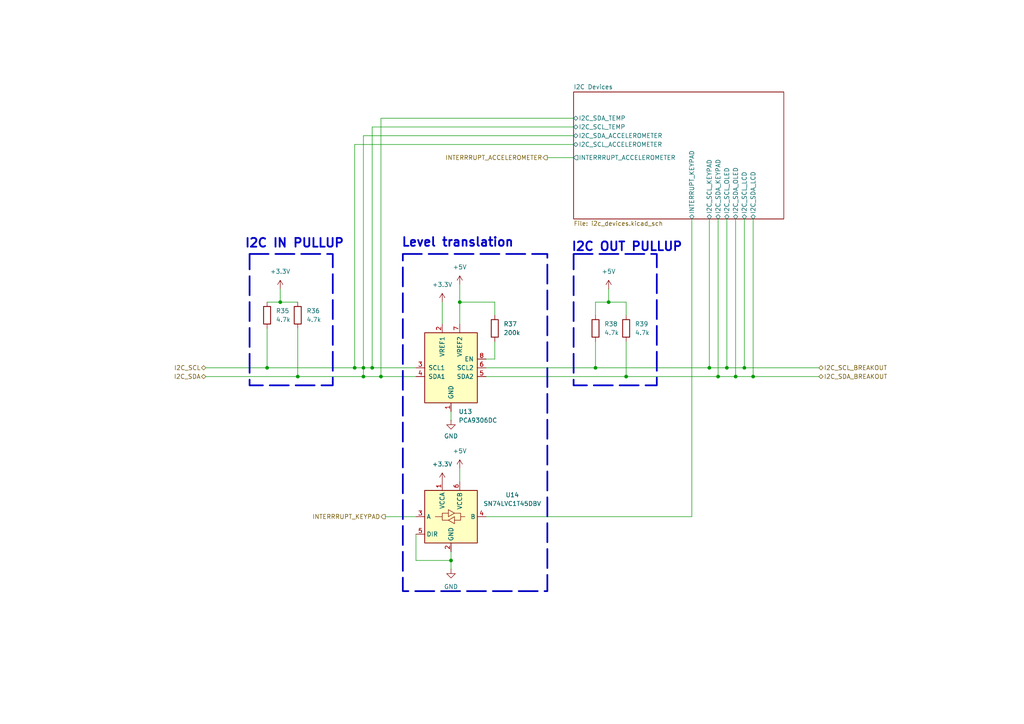
<source format=kicad_sch>
(kicad_sch (version 20231120) (generator "eeschema") (generator_version "8.0")
  (paper "A4")
  (lib_symbols
    (symbol "Device:R" (pin_numbers hide) (pin_names (offset 0))
      (property "Reference" "R" (at 2.032 0 90))
      (property "Value" "R" (at 0 0 90))
      (symbol "R_0_1"
        (rectangle (start -1.016 -2.54) (end 1.016 2.54) (stroke (width 0.254)))
      )
      (symbol "R_1_1"
        (pin passive line (at 0 3.81 270) (length 1.27) (name "~") (number "1"))
        (pin passive line (at 0 -3.81 90) (length 1.27) (name "~") (number "2"))
      )
    )
    (symbol "Interface:PCA9306DC" (pin_names (offset 1.016))
      (property "Reference" "U" (at -7.62 11.43 0))
      (property "Value" "PCA9306DC" (at 3.81 11.43 0))
      (symbol "PCA9306DC_0_1"
        (rectangle (start -7.62 10.16) (end 7.62 -10.16) (stroke (width 0.254)) (fill (type background)))
      )
      (symbol "PCA9306DC_1_1"
        (pin power_in line (at 0 -12.7 90) (length 2.54) (name "GND") (number "1"))
        (pin power_in line (at -2.54 12.7 270) (length 2.54) (name "VREF1") (number "2"))
        (pin bidirectional line (at -10.16 0 0) (length 2.54) (name "SCL1") (number "3"))
        (pin bidirectional line (at -10.16 -2.54 0) (length 2.54) (name "SDA1") (number "4"))
        (pin bidirectional line (at 10.16 -2.54 180) (length 2.54) (name "SDA2") (number "5"))
        (pin bidirectional line (at 10.16 0 180) (length 2.54) (name "SCL2") (number "6"))
        (pin power_in line (at 2.54 12.7 270) (length 2.54) (name "VREF2") (number "7"))
        (pin input line (at 10.16 2.54 180) (length 2.54) (name "EN") (number "8"))
      )
    )
    (symbol "Logic_LevelTranslator:SN74LVC1T45DBV"
      (property "Reference" "U" (at -6.35 8.89 0))
      (property "Value" "SN74LVC1T45DBV" (at 3.81 8.89 0))
      (symbol "SN74LVC1T45DBV_0_1"
        (rectangle (start -7.62 7.62) (end 7.62 -7.62) (stroke (width 0.254)) (fill (type background)))
        (polyline (pts (xy -2.54 0) (xy -2.54 1.016) (xy -0.762 1.016)))
        (polyline (pts (xy 2.794 0) (xy 2.794 -1.016) (xy 1.016 -1.016)))
        (polyline (pts (xy -0.762 -1.016) (xy -2.54 -1.016) (xy -2.54 0) (xy -4.572 0)))
        (polyline (pts (xy -0.762 0) (xy -0.762 2.032) (xy 1.016 1.016) (xy -0.762 0)))
        (polyline (pts (xy 1.016 1.016) (xy 2.794 1.016) (xy 2.794 0) (xy 4.064 0)))
        (polyline (pts (xy 1.016 0) (xy 1.016 -1.778) (xy 1.016 -2.032) (xy -0.762 -1.016) (xy 1.016 0)))
      )
      (symbol "SN74LVC1T45DBV_1_1"
        (pin power_in line (at -2.54 10.16 270) (length 2.54) (name "VCCA") (number "1"))
        (pin power_in line (at 0 -10.16 90) (length 2.54) (name "GND") (number "2"))
        (pin bidirectional line (at -10.16 0 0) (length 2.54) (name "A") (number "3"))
        (pin bidirectional line (at 10.16 0 180) (length 2.54) (name "B") (number "4"))
        (pin input line (at -10.16 -5.08 0) (length 2.54) (name "DIR") (number "5"))
        (pin power_in line (at 2.54 10.16 270) (length 2.54) (name "VCCB") (number "6"))
      )
    )
    (symbol "power:+3.3V" (power) (pin_numbers hide) (pin_names (offset 0) hide)
      (property "Value" "+3.3V" (at 0 3.556 0))
      (symbol "+3.3V_0_1"
        (polyline (pts (xy -0.762 1.27) (xy 0 2.54)))
        (polyline (pts (xy 0 0) (xy 0 2.54)))
        (polyline (pts (xy 0 2.54) (xy 0.762 1.27)))
      )
      (symbol "+3.3V_1_1"
        (pin power_in line (at 0 0 90) (length 0) (name "~") (number "1"))
      )
    )
    (symbol "power:+5V" (power) (pin_numbers hide) (pin_names (offset 0) hide)
      (property "Value" "+5V" (at 0 3.556 0))
      (symbol "+5V_0_1"
        (polyline (pts (xy -0.762 1.27) (xy 0 2.54)))
        (polyline (pts (xy 0 0) (xy 0 2.54)))
        (polyline (pts (xy 0 2.54) (xy 0.762 1.27)))
      )
      (symbol "+5V_1_1"
        (pin power_in line (at 0 0 90) (length 0) (name "~") (number "1"))
      )
    )
    (symbol "power:GND" (power) (pin_numbers hide) (pin_names (offset 0) hide)
      (property "Value" "GND" (at 0 -3.81 0))
      (symbol "GND_0_1"
        (polyline (pts (xy 0 0) (xy 0 -1.27) (xy 1.27 -1.27) (xy 0 -2.54) (xy -1.27 -1.27) (xy 0 -1.27)))
      )
      (symbol "GND_1_1"
        (pin power_in line (at 0 0 270) (length 0) (name "~") (number "1"))
      )
    )
  )
  (junction (at 110.49 109.22))
  (junction (at 107.95 106.68))
  (junction (at 176.53 87.63))
  (junction (at 213.36 109.22))
  (junction (at 81.28 87.63))
  (junction (at 77.47 106.68))
  (junction (at 181.61 109.22))
  (junction (at 208.28 109.22))
  (junction (at 133.35 87.63))
  (junction (at 102.87 106.68))
  (junction (at 218.44 109.22))
  (junction (at 215.9 106.68))
  (junction (at 205.74 106.68))
  (junction (at 172.72 106.68))
  (junction (at 105.41 106.68))
  (junction (at 210.82 106.68))
  (junction (at 105.41 109.22))
  (junction (at 130.81 162.56))
  (junction (at 86.36 109.22))
  (wire (pts (xy 218.44 109.22) (xy 237.49 109.22)))
  (wire (pts (xy 140.97 149.86) (xy 200.66 149.86)))
  (wire (pts (xy 102.87 106.68) (xy 105.41 106.68)))
  (wire (pts (xy 128.27 93.98) (xy 128.27 87.63)))
  (wire (pts (xy 208.28 63.5) (xy 208.28 109.22)))
  (wire (pts (xy 176.53 87.63) (xy 181.61 87.63)))
  (wire (pts (xy 86.36 109.22) (xy 105.41 109.22)))
  (wire (pts (xy 133.35 87.63) (xy 143.51 87.63)))
  (wire (pts (xy 86.36 87.63) (xy 81.28 87.63)))
  (wire (pts (xy 133.35 93.98) (xy 133.35 87.63)))
  (wire (pts (xy 205.74 106.68) (xy 210.82 106.68)))
  (wire (pts (xy 158.75 45.72) (xy 166.37 45.72)))
  (wire (pts (xy 213.36 109.22) (xy 218.44 109.22)))
  (wire (pts (xy 120.65 154.94) (xy 120.65 162.56)))
  (wire (pts (xy 86.36 95.25) (xy 86.36 109.22)))
  (wire (pts (xy 143.51 87.63) (xy 143.51 91.44)))
  (wire (pts (xy 59.69 106.68) (xy 77.47 106.68)))
  (wire (pts (xy 172.72 87.63) (xy 176.53 87.63)))
  (wire (pts (xy 205.74 63.5) (xy 205.74 106.68)))
  (wire (pts (xy 130.81 162.56) (xy 130.81 165.1)))
  (wire (pts (xy 81.28 83.82) (xy 81.28 87.63)))
  (wire (pts (xy 166.37 41.91) (xy 102.87 41.91)))
  (wire (pts (xy 210.82 106.68) (xy 215.9 106.68)))
  (wire (pts (xy 181.61 99.06) (xy 181.61 109.22)))
  (wire (pts (xy 133.35 135.89) (xy 133.35 139.7)))
  (wire (pts (xy 107.95 106.68) (xy 120.65 106.68)))
  (wire (pts (xy 213.36 63.5) (xy 213.36 109.22)))
  (wire (pts (xy 130.81 160.02) (xy 130.81 162.56)))
  (wire (pts (xy 143.51 104.14) (xy 143.51 99.06)))
  (wire (pts (xy 105.41 109.22) (xy 110.49 109.22)))
  (wire (pts (xy 140.97 109.22) (xy 181.61 109.22)))
  (wire (pts (xy 107.95 36.83) (xy 107.95 106.68)))
  (wire (pts (xy 140.97 106.68) (xy 172.72 106.68)))
  (wire (pts (xy 105.41 39.37) (xy 105.41 106.68)))
  (wire (pts (xy 140.97 104.14) (xy 143.51 104.14)))
  (wire (pts (xy 110.49 109.22) (xy 120.65 109.22)))
  (wire (pts (xy 77.47 106.68) (xy 102.87 106.68)))
  (wire (pts (xy 130.81 119.38) (xy 130.81 121.92)))
  (wire (pts (xy 102.87 41.91) (xy 102.87 106.68)))
  (wire (pts (xy 208.28 109.22) (xy 213.36 109.22)))
  (wire (pts (xy 210.82 63.5) (xy 210.82 106.68)))
  (wire (pts (xy 176.53 83.82) (xy 176.53 87.63)))
  (wire (pts (xy 105.41 106.68) (xy 107.95 106.68)))
  (wire (pts (xy 59.69 109.22) (xy 86.36 109.22)))
  (wire (pts (xy 181.61 109.22) (xy 208.28 109.22)))
  (wire (pts (xy 218.44 63.5) (xy 218.44 109.22)))
  (wire (pts (xy 110.49 34.29) (xy 110.49 109.22)))
  (wire (pts (xy 215.9 106.68) (xy 237.49 106.68)))
  (wire (pts (xy 200.66 63.5) (xy 200.66 149.86)))
  (wire (pts (xy 81.28 87.63) (xy 77.47 87.63)))
  (wire (pts (xy 215.9 63.5) (xy 215.9 106.68)))
  (wire (pts (xy 120.65 162.56) (xy 130.81 162.56)))
  (wire (pts (xy 110.49 34.29) (xy 166.37 34.29)))
  (wire (pts (xy 105.41 106.68) (xy 105.41 109.22)))
  (wire (pts (xy 172.72 99.06) (xy 172.72 106.68)))
  (wire (pts (xy 166.37 36.83) (xy 107.95 36.83)))
  (wire (pts (xy 172.72 106.68) (xy 205.74 106.68)))
  (wire (pts (xy 181.61 87.63) (xy 181.61 91.44)))
  (wire (pts (xy 120.65 149.86) (xy 111.76 149.86)))
  (wire (pts (xy 77.47 95.25) (xy 77.47 106.68)))
  (wire (pts (xy 133.35 82.55) (xy 133.35 87.63)))
  (wire (pts (xy 172.72 91.44) (xy 172.72 87.63)))
  (wire (pts (xy 166.37 39.37) (xy 105.41 39.37)))
  (rectangle (start 166.37 73.66) (end 190.5 111.76) (stroke (width 0.5) (type dash)))
  (rectangle (start 116.84 73.66) (end 158.75 171.45) (stroke (width 0.5) (type dash)))
  (rectangle (start 72.39 73.66) (end 96.52 111.76) (stroke (width 0.5) (type dash)))
  (text "I2C IN PULLUP" (at 70.866 72.136 0) (effects (font (size 2.54 2.54) (thickness 0.508) (bold yes)) (justify left bottom)))
  (text "Level translation" (at 116.332 71.882 0) (effects (font (size 2.54 2.54) (thickness 0.508) (bold yes)) (justify left bottom)))
  (text "I2C OUT PULLUP" (at 165.608 73.152 0) (effects (font (size 2.54 2.54) (thickness 0.508) (bold yes)) (justify left bottom)))
  (hierarchical_label "I2C_SCL" (shape bidirectional) (at 59.69 106.68 180))
  (hierarchical_label "I2C_SCL_BREAKOUT" (shape bidirectional) (at 237.49 106.68 0))
  (hierarchical_label "I2C_SDA" (shape bidirectional) (at 59.69 109.22 180))
  (hierarchical_label "I2C_SDA_BREAKOUT" (shape bidirectional) (at 237.49 109.22 0))
  (hierarchical_label "INTERRRUPT_ACCELEROMETER" (shape output) (at 158.75 45.72 180))
  (hierarchical_label "INTERRRUPT_KEYPAD" (shape output) (at 111.76 149.86 180))
  (symbol (lib_id "Logic_LevelTranslator:SN74LVC1T45DBV") (at 130.81 149.86 0) (unit 1)
    (property "Reference" "U14" (at 148.59 143.5414 0))
    (property "Value" "SN74LVC1T45DBV" (at 148.59 146.0814 0))
    (property "Footprint" "Package_TO_SOT_SMD:SOT-23-6" (effects (hide yes)))
    (property "Datasheet" "http://www.ti.com/lit/ds/symlink/sn74lvc1t45.pdf" (effects (hide yes)))
    (property "Description" "Single-Bit Dual-Supply Bus Transceiver With Configurable Voltage Translation and 3-State Outputs, SOT-23-6" (effects (hide yes)))
  )
  (symbol (lib_id "Interface:PCA9306DC") (at 130.81 106.68 0) (unit 1)
    (property "Reference" "U13" (at 133.0041 119.38 0) (effects (justify left)))
    (property "Value" "PCA9306DC" (at 133.0041 121.92 0) (effects (justify left)))
    (property "Footprint" "Package_SO:VSSOP-8_2.3x2mm_P0.5mm" (effects (hide yes)))
    (property "Datasheet" "https://www.nxp.com/docs/en/data-sheet/PCA9306.pdf" (effects (hide yes)))
    (property "Description" "Dual bidirectional I2C Bus and SMBus voltage level translator, VSSOP-8, Discontinued" (effects (hide yes)))
  )
  (symbol (lib_id "Device:R") (at 181.61 95.25 0) (unit 1)
    (property "Reference" "R39" (at 184.15 93.9799 0) (effects (justify left)))
    (property "Value" "4.7k" (at 184.15 96.5199 0) (effects (justify left)))
    (property "Description" "Resistor" (effects (hide yes)))
  )
  (symbol (lib_id "power:+5V") (at 133.35 82.55 0) (unit 1)
    (property "Reference" "#PWR081" (effects (hide yes)))
    (property "Value" "+5V" (at 133.35 77.47 0))
    (property "Description" "Power symbol creates a global label with name \"+5V\"" (effects (hide yes)))
  )
  (symbol (lib_id "Device:R") (at 86.36 91.44 0) (unit 1)
    (property "Reference" "R36" (at 88.9 90.1699 0) (effects (justify left)))
    (property "Value" "4.7k" (at 88.9 92.7099 0) (effects (justify left)))
    (property "Description" "Resistor" (effects (hide yes)))
  )
  (symbol (lib_id "power:+3.3V") (at 128.27 87.63 0) (unit 1)
    (property "Reference" "#PWR084" (effects (hide yes)))
    (property "Value" "+3.3V" (at 128.27 82.55 0))
    (property "Description" "Power symbol creates a global label with name \"+3.3V\"" (effects (hide yes)))
  )
  (symbol (lib_id "power:+5V") (at 176.53 83.82 0) (unit 1)
    (property "Reference" "#PWR083" (effects (hide yes)))
    (property "Value" "+5V" (at 176.53 78.74 0))
    (property "Description" "Power symbol creates a global label with name \"+5V\"" (effects (hide yes)))
  )
  (symbol (lib_id "power:+3.3V") (at 81.28 83.82 0) (unit 1)
    (property "Reference" "#PWR082" (effects (hide yes)))
    (property "Value" "+3.3V" (at 81.28 78.74 0))
    (property "Description" "Power symbol creates a global label with name \"+3.3V\"" (effects (hide yes)))
  )
  (symbol (lib_id "power:GND") (at 130.81 121.92 0) (unit 1)
    (property "Reference" "#PWR085" (effects (hide yes)))
    (property "Value" "GND" (at 130.81 126.492 0))
    (property "Description" "Power symbol creates a global label with name \"GND\" , ground" (effects (hide yes)))
  )
  (symbol (lib_id "power:GND") (at 130.81 165.1 0) (unit 1)
    (property "Reference" "#PWR088" (effects (hide yes)))
    (property "Value" "GND" (at 130.81 170.18 0))
    (property "Description" "Power symbol creates a global label with name \"GND\" , ground" (effects (hide yes)))
  )
  (symbol (lib_id "Device:R") (at 172.72 95.25 0) (unit 1)
    (property "Reference" "R38" (at 175.26 93.9799 0) (effects (justify left)))
    (property "Value" "4.7k" (at 175.26 96.5199 0) (effects (justify left)))
    (property "Description" "Resistor" (effects (hide yes)))
  )
  (symbol (lib_id "power:+5V") (at 133.35 135.89 0) (unit 1)
    (property "Reference" "#PWR086" (effects (hide yes)))
    (property "Value" "+5V" (at 133.35 130.81 0))
    (property "Description" "Power symbol creates a global label with name \"+5V\"" (effects (hide yes)))
  )
  (symbol (lib_id "power:+3.3V") (at 128.27 139.7 0) (unit 1)
    (property "Reference" "#PWR087" (effects (hide yes)))
    (property "Value" "+3.3V" (at 128.27 134.62 0))
    (property "Description" "Power symbol creates a global label with name \"+3.3V\"" (effects (hide yes)))
  )
  (symbol (lib_id "Device:R") (at 143.51 95.25 0) (unit 1)
    (property "Reference" "R37" (at 146.05 93.9799 0) (effects (justify left)))
    (property "Value" "200k" (at 146.05 96.5199 0) (effects (justify left)))
    (property "Description" "Resistor" (effects (hide yes)))
  )
  (symbol (lib_id "Device:R") (at 77.47 91.44 0) (unit 1)
    (property "Reference" "R35" (at 80.01 90.1699 0) (effects (justify left)))
    (property "Value" "4.7k" (at 80.01 92.7099 0) (effects (justify left)))
    (property "Description" "Resistor" (effects (hide yes)))
  )
  (sheet (at 166.37 26.67) (size 60.96 36.83) (stroke (width 0.1524))
    (property "Sheetname" "I2C Devices" (at 166.37 25.9584 0) (effects (justify left bottom)))
    (property "Sheetfile" "i2c_devices.kicad_sch" (at 166.37 64.0846 0) (effects (justify left top)))
    (pin "INTERRUPT_KEYPAD" bidirectional (at 200.66 63.5 270))
    (pin "I2C_SDA_KEYPAD" bidirectional (at 208.28 63.5 270))
    (pin "I2C_SCL_KEYPAD" bidirectional (at 205.74 63.5 270))
    (pin "INTERRRUPT_ACCELEROMETER" output (at 166.37 45.72 180))
    (pin "I2C_SCL_ACCELEROMETER" bidirectional (at 166.37 41.91 180))
    (pin "I2C_SDA_ACCELEROMETER" bidirectional (at 166.37 39.37 180))
    (pin "I2C_SCL_LCD" bidirectional (at 215.9 63.5 270))
    (pin "I2C_SDA_LCD" bidirectional (at 218.44 63.5 270))
    (pin "I2C_SDA_OLED" bidirectional (at 213.36 63.5 270))
    (pin "I2C_SCL_OLED" bidirectional (at 210.82 63.5 270))
    (pin "I2C_SDA_TEMP" bidirectional (at 166.37 34.29 180))
    (pin "I2C_SCL_TEMP" bidirectional (at 166.37 36.83 180))
  )
)
</source>
